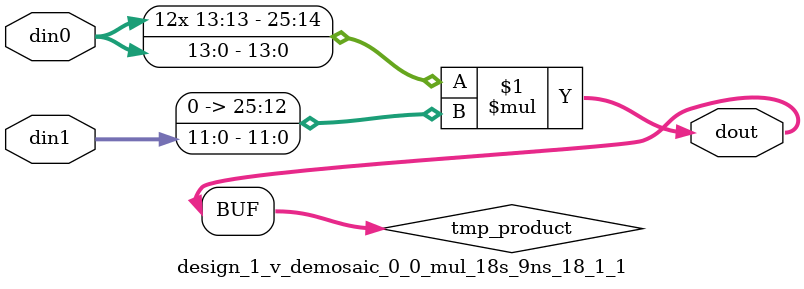
<source format=v>

`timescale 1 ns / 1 ps

 module design_1_v_demosaic_0_0_mul_18s_9ns_18_1_1(din0, din1, dout);
parameter ID = 1;
parameter NUM_STAGE = 0;
parameter din0_WIDTH = 14;
parameter din1_WIDTH = 12;
parameter dout_WIDTH = 26;

input [din0_WIDTH - 1 : 0] din0; 
input [din1_WIDTH - 1 : 0] din1; 
output [dout_WIDTH - 1 : 0] dout;

wire signed [dout_WIDTH - 1 : 0] tmp_product;


























assign tmp_product = $signed(din0) * $signed({1'b0, din1});









assign dout = tmp_product;





















endmodule

</source>
